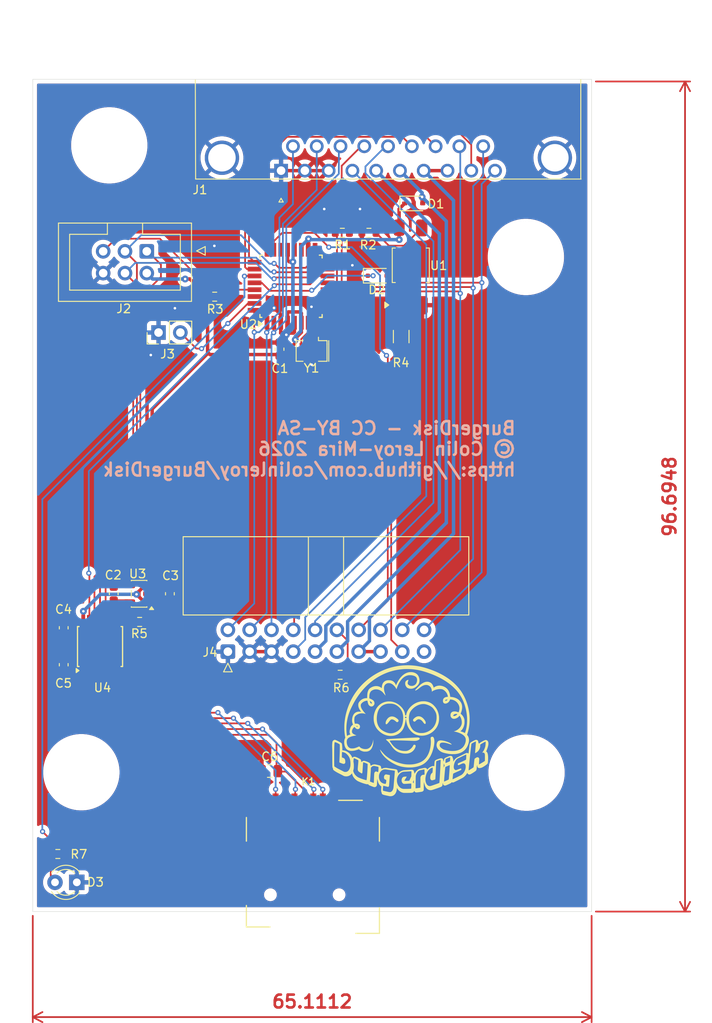
<source format=kicad_pcb>
(kicad_pcb (version 20241229) (generator "pcbnew") (generator_version "9.0")
  (layers (0 "F.Cu" signal) (2 "B.Cu" signal) (13 "F.Paste" user) (15 "B.Paste" user) (5 "F.SilkS" user "F.Silkscreen") (7 "B.SilkS" user "B.Silkscreen") (1 "F.Mask" user) (3 "B.Mask" user) (25 "Edge.Cuts" user))
  (net 0 "")
  (net 1 "TX")
  (net 2 "GND")
  (net 3 "PH0")
  (net 4 "PH1")
  (net 5 "PH2")
  (net 6 "PH3_in")
  (net 7 "WRDATA")
  (net 8 "PH3_out")
  (net 9 "DRV2_burgerDisk")
  (net 10 "CS")
  (net 11 "MOSI")
  (net 12 "MISO")
  (net 13 "SCK")
  (net 14 "DRV1_in")
  (net 15 "HDSEL_out")
  (net 16 "DRV1_out")
  (net 17 "DRV2_out")
  (net 18 "WRPROT_in")
  (net 19 "5V_burgerDisk")
  (net 20 "WRPROT_out")
  (net 21 "5V_apple2")
  (net 22 "EN3.5")
  (net 23 "-12V")
  (net 24 "+12V")
  (net 25 "DRV2_in")
  (net 26 "WREQ")
  (net 27 "Net-(D3-A)")
  (net 29 "Net-(R1-Pad2)")
  (net 30 "RESET")
  (net 33 "Net-(U2-XTAL1{slash}PB6)")
  (net 36 "Net-(R4-Pad2)")
  (net 37 "HDSEL_in")
  (net 38 "Net-(U2-XTAL2{slash}PB7)")
  (net 39 "3V3")
  (net 40 "CS_L")
  (net 41 "MOSI_L")
  (net 43 "MISO_L")
  (net 44 "SCLK_L")
  (net 46 "OE")
  (net 50 "LED")
  (net 51 "RDDATA")
  (footprint "DSUB-19-angled:DSUB-19_Female_Horizontal_MXS82009-8251-9246" (layer "F.Cu") (at 128.4478 53.9496 180)
    (property "Reference" "J1")
    (property "Value" "Daisy port out")
  )
  (footprint "Resistor_SMD:R_0603_1608Metric" (layer "F.Cu") (at 111.97 106.52 180)
    (property "Reference" "R5")
    (property "Value" "10k")
  )
  (footprint "Diode_SMD:D_SOD-323" (layer "F.Cu") (at 143.9 57.77)
    (property "Reference" "D1")
    (property "Value" "1N5818WS")
  )
  (footprint "HYC04-TF09-200:MICROSD-HYC77-TF09-200" (layer "F.Cu") (at 132.1562 135.0518)
    (property "Reference" "K1")
    (property "Value" "HYC77-TF09-200" (hide yes))
  )
  (footprint "Package_SO:SOP-4_3.8x4.1mm_P2.54mm" (layer "F.Cu") (at 143.5608 64.9732 90)
    (property "Reference" "U1")
    (property "Value" "PC817C-S")
  )
  (footprint "Resistor_SMD:R_0603_1608Metric" (layer "F.Cu") (at 135.3312 112.6744)
    (property "Reference" "R6")
    (property "Value" "330")
  )
  (footprint "LED_THT:LED_D3.0mm" (layer "F.Cu") (at 104.648 136.8552 180)
    (property "Reference" "D3")
    (property "Value" "LED")
  )
  (footprint "MountingHole:MountingHole_8.4mm_M8" (layer "F.Cu") (at 156.972 64.008)
    (property "Reference" "REF**")
    (property "Value" "MountingHole_8.4mm_M8")
  )
  (footprint "Capacitor_SMD:C_0805_2012Metric" (layer "F.Cu") (at 127.12 123.89)
    (property "Reference" "C6")
    (property "Value" "22uf")
  )
  (footprint "Package_QFP:TQFP-32_7x7mm_P0.8mm" (layer "F.Cu") (at 129.608 67.418 90)
    (property "Reference" "U2")
    (property "Value" "ATmega328P-AU")
  )
  (footprint "Connector_PinHeader_2.54mm:PinHeader_1x02_P2.54mm_Vertical" (layer "F.Cu") (at 114.17 72.81 90)
    (property "Reference" "J3")
    (property "Value" "UART")
  )
  (footprint "Capacitor_SMD:C_0603_1608Metric" (layer "F.Cu") (at 128.27 74.75 90)
    (property "Reference" "C1")
    (property "Value" "100nF")
  )
  (footprint "MountingHole:MountingHole_8.4mm_M8" (layer "F.Cu") (at 105.1814 124.0282)
    (property "Reference" "REF**")
    (property "Value" "MountingHole_8.4mm_M8")
  )
  (footprint "MountingHole:MountingHole_8.4mm_M8" (layer "F.Cu") (at 108.4326 51.0032)
    (property "Reference" "REF**")
    (property "Value" "MountingHole_8.4mm_M8")
  )
  (footprint "Resistor_SMD:R_1206_3216Metric" (layer "F.Cu") (at 142.4432 73.279 90)
    (property "Reference" "R4")
    (property "Value" "470")
  )
  (footprint "Resistor_SMD:R_0603_1608Metric" (layer "F.Cu") (at 138.685 61.19)
    (property "Reference" "R2")
    (property "Value" "10k")
  )
  (footprint "Capacitor_SMD:C_0603_1608Metric" (layer "F.Cu") (at 115.4938 103.2386 90)
    (property "Reference" "C3")
    (property "Value" "2u2")
  )
  (footprint "Capacitor_SMD:C_0603_1608Metric" (layer "F.Cu") (at 108.95 103.22 -90)
    (property "Reference" "C2")
    (property "Value" "2u2")
  )
  (footprint "Capacitor_SMD:C_0603_1608Metric" (layer "F.Cu") (at 103.1234 107.201 90)
    (property "Reference" "C4")
    (property "Value" "100n")
  )
  (footprint "Package_SO:TSSOP-14-1EP_4.4x5mm_P0.65mm" (layer "F.Cu") (at 107.3542 109.3844 90)
    (property "Reference" "U4")
    (property "Value" "TXB0104PWR")
  )
  (footprint "Connector_IDC:IDC-Header_2x10_P2.54mm_Horizontal" (layer "F.Cu") (at 122.2502 109.982 90)
    (property "Reference" "J4")
    (property "Value" "Daisy port in")
  )
  (footprint "Crystal:Resonator_SMD_Murata_CSTxExxV-3Pin_3.0x1.1mm" (layer "F.Cu") (at 132.0038 74.9554 180)
    (property "Reference" "Y1")
    (property "Value" "Resonator_GND2")
  )
  (footprint "MountingHole:MountingHole_8.4mm_M8" (layer "F.Cu") (at 157.0482 124.079)
    (property "Reference" "REF**")
    (property "Value" "MountingHole_8.4mm_M8")
  )
  (footprint "LOGO" (layer "F.Cu") (at 143.4846 119.253)
    (property "Reference" "G***")
    (property "Value" "LOGO" (hide yes))
  )
  (footprint "Diode_SMD:D_SOD-323F" (layer "F.Cu") (at 139.6492 66.1924)
    (property "Reference" "D2")
    (property "Value" "1N4448WS")
  )
  (footprint "Resistor_SMD:R_0603_1608Metric" (layer "F.Cu") (at 102.4382 133.5532)
    (property "Reference" "R7")
    (property "Value" "150")
  )
  (footprint "Connector_IDC:IDC-Header_2x03_P2.54mm_Vertical" (layer "F.Cu") (at 112.8014 63.3476 -90)
    (property "Reference" "J2")
    (property "Value" "ICSP_ISP6")
  )
  (footprint "Capacitor_SMD:C_0603_1608Metric" (layer "F.Cu") (at 103.1234 111.506 90)
    (property "Reference" "C5")
    (property "Value" "100n")
  )
  (footprint "Resistor_SMD:R_0603_1608Metric" (layer "F.Cu") (at 120.7132 68.6308)
    (property "Reference" "R3")
    (property "Value" "10K")
  )
  (footprint "Resistor_SMD:R_0603_1608Metric" (layer "F.Cu") (at 135.5852 61.1886)
    (property "Reference" "R1")
    (property "Value" "1k")
  )
  (footprint "Package_TO_SOT_SMD:SOT-23-5" (layer "F.Cu") (at 111.9069 103.2408 180)
    (property "Reference" "U3")
    (property "Value" "SE5218")
  )
  (gr_rect (start 99.5172 43.31) (end 164.6284 140.2588) (stroke (width 0.05)) (fill no) (layer "Edge.Cuts"))
  (gr_text "BurgerDisk - CC BY-SA\n© Colin Leroy-Mira 2026\nhttps://github.com/colinleroy/BurgerDisk" (at 155.9306 89.662 0) (layer "B.SilkS") (effects (font (size 1.5 1.5) (thickness 0.3) (bold yes)) (justify left bottom mirror)))
  (dimension (type orthogonal) (layer "F.Cu") (pts (xy 99.5172 140.2588) (xy 164.6284 140.2588)) (height 12.2936) (orientation 0) (format (prefix "") (suffix "") (units 3) (units_format 0) (precision 4) (suppress_zeroes yes)) (style (thickness 0.2) (arrow_length 1.27) (text_position_mode 0) (arrow_direction outward) (extension_height 0.58642) (extension_offset 0.5) (keep_text_aligned yes)) (gr_text "65,1112" (at 132.0728 150.7524 0) (layer "F.Cu") (effects (font (size 1.5 1.5) (thickness 0.3)))))
  (dimension (type orthogonal) (layer "F.Cu") (pts (xy 164.6284 140.2588) (xy 164.6284 43.564)) (height 10.8856) (orientation 1) (format (prefix "") (suffix "") (units 3) (units_format 0) (precision 4) (suppress_zeroes yes)) (style (thickness 0.2) (arrow_length 1.27) (text_position_mode 0) (arrow_direction outward) (extension_height 0.58642) (extension_offset 0.5) (keep_text_aligned yes)) (gr_text "96,6948" (at 173.714 91.9114 90) (layer "F.Cu") (effects (font (size 1.5 1.5) (thickness 0.3)))))
  (segment (start 119.1882 74.68) (end 118.58 74.68) (width 0.2) (layer "F.Cu") (net 1))
  (segment (start 125.358 69.418) (end 124.5872 69.418) (width 0.2) (layer "F.Cu") (net 1))
  (segment (start 118.58 74.68) (end 116.71 72.81) (width 0.2) (layer "F.Cu") (net 1))
  (segment (start 124.5872 69.418) (end 122.2502 71.755) (width 0.2) (layer "F.Cu") (net 1))
  (via (at 119.1882 74.68) (size 0.6) (drill 0.3) (layers "F.Cu" "B.Cu") (net 1))
  (via (at 122.2502 71.755) (size 0.6) (drill 0.3) (layers "F.Cu" "B.Cu") (net 1))
  (segment (start 119.1882 74.68) (end 119.25 74.68) (width 0.2) (layer "B.Cu") (net 1))
  (segment (start 119.25 74.68) (end 122.175 71.755) (width 0.2) (layer "B.Cu") (net 1))
  (segment (start 122.175 71.755) (end 122.2502 71.755) (width 0.2) (layer "B.Cu") (net 1))
  (segment (start 114.721 103.2408) (end 115.4938 104.0136) (width 0.4) (layer "F.Cu") (net 2))
  (segment (start 129.208 63.168) (end 129.208 64.368) (width 0.4) (layer "F.Cu") (net 2))
  (segment (start 127.6267 69.9433) (end 128.408 70.7246) (width 0.4) (layer "F.Cu") (net 2))
  (segment (start 131.2178 53.9496) (end 133.9878 53.9496) (width 0.4) (layer "F.Cu") (net 2))
  (segment (start 128.408 72.868) (end 128.409 72.869) (width 0.4) (layer "F.Cu") (net 2))
  (segment (start 127.3302 109.982) (end 124.7902 109.982) (width 0.4) (layer "F.Cu") (net 2))
  (segment (start 129.413 72.869) (end 129.884 72.869) (width 0.4) (layer "F.Cu") (net 2))
  (segment (start 128.4478 53.9496) (end 131.2178 53.9496) (width 0.4) (layer "F.Cu") (net 2))
  (segment (start 113.0444 103.2408) (end 114.721 103.2408) (width 0.4) (layer "F.Cu") (net 2))
  (segment (start 128.7526 72.869) (end 129.413 72.869) (width 0.4) (layer "F.Cu") (net 2))
  (segment (start 108.95 101.35932) (end 108.95 102.445) (width 0.4) (layer "F.Cu") (net 2))
  (segment (start 128.408 71.668) (end 128.408 72.868) (width 0.4) (layer "F.Cu") (net 2))
  (segment (start 128.408 70.7246) (end 128.408 71.668) (width 0.4) (layer "F.Cu") (net 2))
  (segment (start 129.213998 73.068002) (end 129.413 72.869) (width 0.4) (layer "F.Cu") (net 2))
  (segment (start 130.008 72.745) (end 130.008 71.668) (width 0.4) (layer "F.Cu") (net 2))
  (segment (start 129.0574 73.068002) (end 128.951602 73.068002) (width 0.4) (layer "F.Cu") (net 2))
  (segment (start 129.408002 64.568002) (end 129.8194 64.568002) (width 0.4) (layer "F.Cu") (net 2))
  (segment (start 129.208 64.368) (end 129.408002 64.568002) (width 0.4) (layer "F.Cu") (net 2))
  (segment (start 128.409 72.869) (end 128.7526 72.869) (width 0.4) (layer "F.Cu") (net 2))
  (segment (start 113.27 75.43) (end 112.83 75.87) (width 0.4) (layer "F.Cu") (net 2))
  (segment (start 132.0038 76.5556) (end 132.0038 74.9554) (width 0.4) (layer "F.Cu") (net 2))
  (segment (start 112.83 97.47932) (end 108.95 101.35932) (width 0.4) (layer "F.Cu") (net 2))
  (segment (start 112.83 75.87) (end 112.83 97.47932) (width 0.4) (layer "F.Cu") (net 2))
  (segment (start 128.951602 73.068002) (end 128.7526 72.869) (width 0.4) (layer "F.Cu") (net 2))
  (segment (start 103.1234 107.976) (end 103.1234 110.731) (width 0.4) (layer "F.Cu") (net 2))
  (segment (start 128.300402 73.825) (end 129.0574 73.068002) (width 0.4) (layer "F.Cu") (net 2))
  (segment (start 129.0574 73.068002) (end 129.213998 73.068002) (width 0.4) (layer "F.Cu") (net 2))
  (segment (start 129.884 72.869) (end 130.008 72.745) (width 0.4) (layer "F.Cu") (net 2))
  (via (at 113.27 75.43) (size 0.6) (drill 0.3) (layers "F.Cu" "B.Cu") (net 2))
  (via (at 127.6267 69.9433) (size 0.6) (drill 0.3) (layers "F.Cu" "B.Cu") (net 2))
  (via (at 129.0574 73.068002) (size 0.8) (drill 0.3) (layers "F.Cu" "B.Cu") (net 2))
  (via (at 120.6754 62.7126) (size 0.6) (drill 0.3) (layers "F.Cu" "B.Cu") (net 2))
  (via (at 132.0038 76.5556) (size 0.8) (drill 0.3) (layers "F.Cu" "B.Cu") (net 2))
  (via (at 131.99 69.81) (size 0.6) (drill 0.3) (layers "F.Cu" "B.Cu") (net 2))
  (via (at 133.477 58.42) (size 0.6) (drill 0.3) (layers "F.Cu" "B.Cu") (net 2))
  (via (at 137.6426 58.42) (size 0.6) (drill 0.3) (layers "F.Cu" "B.Cu") (net 2))
  (via (at 136.7536 64.9732) (size 0.6) (drill 0.3) (layers "F.Cu" "B.Cu") (net 2))
  (via (at 129.8194 64.568002) (size 0.8) (drill 0.3) (layers "F.Cu" "B.Cu") (net 2))
  (via (at 116.078 69.977) (size 0.6) (drill 0.3) (layers "F.Cu" "B.Cu") (net 2))
  (segment (start 129.8194 64.568002) (end 129.8194 72.306002) (width 0.4) (layer "B.Cu") (net 2))
  (segment (start 129.0574 73.724598) (end 131.888402 76.5556) (width 0.4) (layer "B.Cu") (net 2))
  (segment (start 131.888402 76.5556) (end 132.0038 76.5556) (width 0.4) (layer "B.Cu") (net 2))
  (segment (start 129.8194 72.306002) (end 129.0574 73.068002) (width 0.4) (layer "B.Cu") (net 2))
  (segment (start 129.0574 73.068002) (end 129.0574 73.724598) (width 0.4) (layer "B.Cu") (net 2))
  (segment (start 125.3236 72.771) (end 125.3236 70.2524) (width 0.2) (layer "F.Cu") (net 3))
  (via (at 125.3236 72.771) (size 0.6) (drill 0.3) (layers "F.Cu" "B.Cu") (net 3))
  (segment (start 125.3236 72.771) (end 125.9078 72.771) (width 0.2) (layer "B.Cu") (net 3))
  (segment (start 125.3236 104.3686) (end 122.2502 107.442) (width 0.2) (layer "B.Cu") (net 3))
  (segment (start 129.8328 57.8478) (end 129.8328 51.1096) (width 0.2) (layer "B.Cu") (net 3))
  (segment (start 125.3236 72.771) (end 125.3236 104.3686) (width 0.2) (layer "B.Cu") (net 3))
  (segment (start 128.2554 70.4234) (end 128.2554 59.4252) (width 0.2) (layer "B.Cu") (net 3))
  (segment (start 125.9078 72.771) (end 128.2554 70.4234) (width 0.2) (layer "B.Cu") (net 3))
  (segment (start 128.2554 59.4252) (end 129.8328 57.8478) (width 0.2) (layer "B.Cu") (net 3))
  (segment (start 126.7714 72.7964) (end 126.7714 71.7046) (width 0.2) (layer "F.Cu") (net 4))
  (via (at 126.7714 72.7964) (size 0.6) (drill 0.3) (layers "F.Cu" "B.Cu") (net 4))
  (segment (start 126.9832 72.5846) (end 126.7714 72.7964) (width 0.2) (layer "B.Cu") (net 4))
  (segment (start 126.7714 72.7964) (end 126.7714 105.4608) (width 0.2) (layer "B.Cu") (net 4))
  (segment (start 128.6564 60.1335) (end 128.6564 70.899657) (width 0.2) (layer "B.Cu") (net 4))
  (segment (start 132.6028 56.1871) (end 128.6564 60.1335) (width 0.2) (layer "B.Cu") (net 4))
  (segment (start 126.7714 105.4608) (end 124.7902 107.442) (width 0.2) (layer "B.Cu") (net 4))
  (segment (start 132.6028 51.1096) (end 132.6028 56.1871) (width 0.2) (layer "B.Cu") (net 4))
  (segment (start 128.6564 70.899657) (end 126.9832 72.572857) (width 0.2) (layer "B.Cu") (net 4))
  (segment (start 126.9832 72.572857) (end 126.9832 72.5846) (width 0.2) (layer "B.Cu") (net 4))
  (segment (start 127.5842 72.8218) (end 127.5842 71.6918) (width 0.2) (layer "F.Cu") (net 5))
  (via (at 127.5842 72.8218) (size 0.6) (drill 0.3) (layers "F.Cu" "B.Cu") (net 5))
  (segment (start 127.3302 73.0758) (end 127.3302 107.442) (width 0.2) (layer "B.Cu") (net 5))
  (segment (start 135.1788 51.3036) (end 135.1788 54.31565) (width 0.2) (layer "B.Cu") (net 5))
  (segment (start 129.0574 60.43705) (end 129.0574 71.3486) (width 0.2) (layer "B.Cu") (net 5))
  (segment (start 135.1788 54.31565) (end 129.0574 60.43705) (width 0.2) (layer "B.Cu") (net 5))
  (segment (start 127.5842 72.8218) (end 127.3302 73.0758) (width 0.2) (layer "B.Cu") (net 5))
  (segment (start 129.0574 71.3486) (end 127.5842 72.8218) (width 0.2) (layer "B.Cu") (net 5))
  (segment (start 140.47 95.623) (end 129.9718 106.1212) (width 0.2) (layer "F.Cu") (net 6))
  (segment (start 140.47 76.83) (end 140.47 95.623) (width 0.2) (layer "F.Cu") (net 6))
  (segment (start 133.858 70.218) (end 140.47 76.83) (width 0.2) (layer "F.Cu") (net 6))
  (segment (start 129.9718 106.1212) (end 129.9718 107.3404) (width 0.2) (layer "F.Cu") (net 6))
  (segment (start 150.8252 67.6148) (end 150.7204 67.51) (width 0.2) (layer "F.Cu") (net 7))
  (segment (start 136.1472 67.51) (end 135.0392 68.618) (width 0.2) (layer "F.Cu") (net 7))
  (segment (start 135.0392 68.618) (end 133.858 68.618) (width 0.2) (layer "F.Cu") (net 7))
  (segment (start 150.7204 67.51) (end 136.1472 67.51) (width 0.2) (layer "F.Cu") (net 7))
  (via (at 150.8252 67.6148) (size 0.6) (drill 0.3) (layers "F.Cu" "B.Cu") (net 7))
  (segment (start 151.9928 54.5854) (end 151.9928 51.1096) (width 0.2) (layer "B.Cu") (net 7))
  (segment (start 150.8252 67.6148) (end 150.8252 55.753) (width 0.2) (layer "B.Cu") (net 7))
  (segment (start 150.8252 99.187) (end 142.5702 107.442) (width 0.2) (layer "B.Cu") (net 7))
  (segment (start 150.8252 67.6148) (end 150.8252 99.187) (width 0.2) (layer "B.Cu") (net 7))
  (segment (start 150.8252 55.753) (end 151.9928 54.5854) (width 0.2) (layer "B.Cu") (net 7))
  (segment (start 134.858 67.818) (end 135.509 67.167) (width 0.2) (layer "F.Cu") (net 8))
  (segment (start 135.509 67.167) (end 135.509 53.3908) (width 0.2) (layer "F.Cu") (net 8))
  (segment (start 133.858 67.818) (end 134.858 67.818) (width 0.2) (layer "F.Cu") (net 8))
  (segment (start 135.509 53.3908) (end 137.7902 51.1096) (width 0.2) (layer "F.Cu") (net 8))
  (segment (start 134.959 66.917) (end 134.959 61.3874) (width 0.2) (layer "F.Cu") (net 9))
  (segment (start 133.858 67.018) (end 134.858 67.018) (width 0.2) (layer "F.Cu") (net 9))
  (segment (start 134.858 67.018) (end 134.959 66.917) (width 0.2) (layer "F.Cu") (net 9))
  (segment (start 106.115078 100.908078) (end 106.115078 106.373522) (width 0.2) (layer "F.Cu") (net 10))
  (segment (start 127.6554 67.345) (end 127.8078 67.1926) (width 0.2) (layer "F.Cu") (net 10))
  (segment (start 127.8078 67.1926) (end 131.832057 67.1926) (width 0.2) (layer "F.Cu") (net 10))
  (segment (start 106.045 100.838) (end 106.115078 100.908078) (width 0.2) (layer "F.Cu") (net 10))
  (segment (start 132.806657 66.218) (end 133.858 66.218) (width 0.2) (layer "F.Cu") (net 10))
  (segment (start 131.832057 67.1926) (end 132.806657 66.218) (width 0.2) (layer "F.Cu") (net 10))
  (via (at 106.045 100.838) (size 0.6) (drill 0.3) (layers "F.Cu" "B.Cu") (net 10))
  (via (at 127.6554 67.345) (size 0.6) (drill 0.3) (layers "F.Cu" "B.Cu") (net 10))
  (segment (start 106.045 88.9554) (end 106.045 100.838) (width 0.2) (layer "B.Cu") (net 10))
  (segment (start 127.6554 67.345) (end 106.045 88.9554) (width 0.2) (layer "B.Cu") (net 10))
  (segment (start 111.22 66.8462) (end 110.2614 65.8876) (width 0.2) (layer "F.Cu") (net 11))
  (segment (start 127.660737 66.3956) (end 131.779114 66.3956) (width 0.2) (layer "F.Cu") (net 11))
  (segment (start 131.779397 66.395317) (end 132.06224 66.395317) (width 0.2) (layer "F.Cu") (net 11))
  (segment (start 127.629232 66.427105) (end 127.660737 66.3956) (width 0.2) (layer "F.Cu") (net 11))
  (segment (start 106.7042 106.4344) (end 106.7042 101.2456) (width 0.2) (layer "F.Cu") (net 11))
  (segment (start 106.7042 101.2456) (end 111.22 96.7298) (width 0.2) (layer "F.Cu") (net 11))
  (segment (start 132.06224 66.395317) (end 133.039557 65.418) (width 0.2) (layer "F.Cu") (net 11))
  (segment (start 111.22 96.7298) (end 111.22 66.8462) (width 0.2) (layer "F.Cu") (net 11))
  (segment (start 127.629232 66.545425) (end 127.629232 66.427105) (width 0.2) (layer "F.Cu") (net 11))
  (segment (start 133.039557 65.418) (end 133.858 65.418) (width 0.2) (layer "F.Cu") (net 11))
  (segment (start 131.779114 66.3956) (end 131.779397 66.395317) (width 0.2) (layer "F.Cu") (net 11))
  (via (at 127.629232 66.545425) (size 0.6) (drill 0.3) (layers "F.Cu" "B.Cu") (net 11))
  (segment (start 127.34 66.523679) (end 125.510121 64.6938) (width 0.2) (layer "B.Cu") (net 11))
  (segment (start 127.629232 66.545425) (end 127.607486 66.523679) (width 0.2) (layer "B.Cu") (net 11))
  (segment (start 125.510121 64.6938) (end 111.4552 64.6938) (width 0.2) (layer "B.Cu") (net 11))
  (segment (start 111.4552 64.6938) (end 110.2614 65.8876) (width 0.2) (layer "B.Cu") (net 11))
  (segment (start 127.607486 66.523679) (end 127.34 66.523679) (width 0.2) (layer "B.Cu") (net 11))
  (segment (start 131.9784 65.786) (end 132.9224 64.842) (width 0.2) (layer "F.Cu") (net 12))
  (segment (start 127.670618 65.786) (end 131.9784 65.786) (width 0.2) (layer "F.Cu") (net 12))
  (segment (start 114.45 66.33) (end 114.45 64.89) (width 0.2) (layer "F.Cu") (net 12))
  (segment (start 112.05 97.5508) (end 112.05 68.73) (width 0.2) (layer "F.Cu") (net 12))
  (segment (start 133.634 64.842) (end 133.858 64.618) (width 0.2) (layer "F.Cu") (net 12))
  (segment (start 108.0042 101.5966) (end 112.05 97.5508) (width 0.2) (layer "F.Cu") (net 12))
  (segment (start 132.9224 64.842) (end 133.634 64.842) (width 0.2) (layer "F.Cu") (net 12))
  (segment (start 127.630041 65.745423) (end 127.670618 65.786) (width 0.2) (layer "F.Cu") (net 12))
  (segment (start 108.0042 106.4344) (end 108.0042 101.5966) (width 0.2) (layer "F.Cu") (net 12))
  (segment (start 114.45 64.89) (end 112.9076 63.3476) (width 0.2) (layer "F.Cu") (net 12))
  (segment (start 112.05 68.73) (end 114.45 66.33) (width 0.2) (layer "F.Cu") (net 12))
  (via (at 127.630041 65.745423) (size 0.6) (drill 0.3) (layers "F.Cu" "B.Cu") (net 12))
  (segment (start 127.20168 65.745423) (end 125.540457 64.0842) (width 0.2) (layer "B.Cu") (net 12))
  (segment (start 125.540457 64.0842) (end 113.538 64.0842) (width 0.2) (layer "B.Cu") (net 12))
  (segment (start 113.538 64.0842) (end 112.8014 63.3476) (width 0.2) (layer "B.Cu") (net 12))
  (segment (start 127.630041 65.745423) (end 127.20168 65.745423) (width 0.2) (layer "B.Cu") (net 12))
  (segment (start 111.6504 64.7366) (end 110.2614 63.3476) (width 0.2) (layer "F.Cu") (net 13))
  (segment (start 132.408 64.168) (end 132.408 63.168) (width 0.2) (layer "F.Cu") (net 13))
  (segment (start 127.69 64.76) (end 128.199002 65.269002) (width 0.2) (layer "F.Cu") (net 13))
  (segment (start 128.199002 65.269002) (end 131.306998 65.269002) (width 0.2) (layer "F.Cu") (net 13))
  (segment (start 131.306998 65.269002) (end 132.408 64.168) (width 0.2) (layer "F.Cu") (net 13))
  (segment (start 111.6504 97.1376) (end 111.6504 64.7366) (width 0.2) (layer "F.Cu") (net 13))
  (segment (start 107.3542 106.4344) (end 107.3542 101.4338) (width 0.2) (layer "F.Cu") (net 13))
  (segment (start 127.63 64.76) (end 127.69 64.76) (width 0.2) (layer "F.Cu") (net 13))
  (segment (start 107.3542 101.4338) (end 111.6504 97.1376) (width 0.2) (layer "F.Cu") (net 13))
  (via (at 127.63 64.76) (size 0.6) (drill 0.3) (layers "F.Cu" "B.Cu") (net 13))
  (segment (start 127.63 64.76) (end 127.5946 64.7954) (width 0.2) (layer "B.Cu") (net 13))
  (segment (start 127.5946 64.7954) (end 127.1016 64.7954) (width 0.2) (layer "B.Cu") (net 13))
  (segment (start 112.141 61.468) (end 110.2614 63.3476) (width 0.2) (layer "B.Cu") (net 13))
  (segment (start 127.1016 64.7954) (end 123.7742 61.468) (width 0.2) (layer "B.Cu") (net 13))
  (segment (start 123.7742 61.468) (end 112.141 61.468) (width 0.2) (layer "B.Cu") (net 13))
  (segment (start 140.3322 104.6) (end 137.4902 107.442) (width 0.2) (layer "F.Cu") (net 14))
  (segment (start 134.0104 62.865) (end 132.3442 61.1988) (width 0.2) (layer "F.Cu") (net 14))
  (segment (start 128.5772 61.1988) (end 127.608 62.168) (width 0.2) (layer "F.Cu") (net 14))
  (segment (start 140.879 75.629) (end 140.879 104.061) (width 0.2) (layer "F.Cu") (net 14))
  (segment (start 127.608 62.168) (end 127.608 63.168) (width 0.2) (layer "F.Cu") (net 14))
  (segment (start 140.73 75.48) (end 140.879 75.629) (width 0.2) (layer "F.Cu") (net 14))
  (segment (start 140.34 104.6) (end 140.3322 104.6) (width 0.2) (layer "F.Cu") (net 14))
  (segment (start 140.879 104.061) (end 140.34 104.6) (width 0.2) (layer "F.Cu") (net 14))
  (segment (start 132.3442 61.1988) (end 128.5772 61.1988) (width 0.2) (layer "F.Cu") (net 14))
  (via (at 134.0104 62.865) (size 0.6) (drill 0.3) (layers "F.Cu" "B.Cu") (net 14))
  (via (at 140.73 75.48) (size 0.6) (drill 0.3) (layers "F.Cu" "B.Cu") (net 14))
  (segment (start 140.73 75.48) (end 139.9794 74.7294) (width 0.2) (layer "B.Cu") (net 14))
  (segment (start 136.689143 62.865) (end 134.0104 62.865) (width 0.2) (layer "B.Cu") (net 14))
  (segment (start 139.9794 74.7294) (end 139.9794 66.155257) (width 0.2) (layer "B.Cu") (net 14))
  (segment (start 139.9794 66.155257) (end 136.689143 62.865) (width 0.2) (layer "B.Cu") (net 14))
  (segment (start 129.1459 50.0086) (end 125.17 53.9845) (width 0.2) (layer "F.Cu") (net 15))
  (segment (start 142.5818 50.0086) (end 129.1459 50.0086) (width 0.2) (layer "F.Cu") (net 15))
  (segment (start 143.6828 51.1096) (end 142.5818 50.0086) (width 0.2) (layer "F.Cu") (net 15))
  (segment (start 125.17 53.9845) (end 125.17 61.53) (width 0.2) (layer "F.Cu") (net 15))
  (segment (start 125.17 61.53) (end 126.808 63.168) (width 0.2) (layer "F.Cu") (net 15))
  (segment (start 128.9798 49.6076) (end 144.9508 49.6076) (width 0.2) (layer "F.Cu") (net 16))
  (segment (start 124.71 53.8774) (end 128.9798 49.6076) (width 0.2) (layer "F.Cu") (net 16))
  (segment (start 124.71 63.97) (end 124.71 53.8774) (width 0.2) (layer "F.Cu") (net 16))
  (segment (start 144.9508 49.6076) (end 146.4528 51.1096) (width 0.2) (layer "F.Cu") (net 16))
  (segment (start 125.358 64.618) (end 124.71 63.97) (width 0.2) (layer "F.Cu") (net 16))
  (segment (start 124.257 65.194) (end 124.257 53.6954) (width 0.2) (layer "F.Cu") (net 17))
  (segment (start 148.87685 49.2066) (end 150.6078 50.93755) (width 0.2) (layer "F.Cu") (net 17))
  (segment (start 150.6078 50.93755) (end 150.6078 53.9496) (width 0.2) (layer "F.Cu") (net 17))
  (segment (start 128.7458 49.2066) (end 148.87685 49.2066) (width 0.2) (layer "F.Cu") (net 17))
  (segment (start 124.257 53.6954) (end 128.7458 49.2066) (width 0.2) (layer "F.Cu") (net 17))
  (segment (start 124.481 65.418) (end 124.257 65.194) (width 0.2) (layer "F.Cu") (net 17))
  (segment (start 125.358 65.418) (end 124.481 65.418) (width 0.2) (layer "F.Cu") (net 17))
  (segment (start 131.953 67.945) (end 127.127 67.945) (width 0.2) (layer "F.Cu") (net 18))
  (segment (start 126.2 67.018) (end 125.358 67.018) (width 0.2) (layer "F.Cu") (net 18))
  (segment (start 139.1666 66.1924) (end 138.5492 66.1924) (width 0.2) (layer "F.Cu") (net 18))
  (segment (start 127.127 67.945) (end 126.2 67.018) (width 0.2) (layer "F.Cu") (net 18))
  (segment (start 132.0165 67.8815) (end 131.953 67.945) (width 0.2) (layer "F.Cu") (net 18))
  (via (at 139.1666 66.1924) (size 0.6) (drill 0.3) (layers "F.Cu" "B.Cu") (net 18))
  (via (at 132.0165 67.8815) (size 0.6) (drill 0.3) (layers "F.Cu" "B.Cu") (net 18))
  (segment (start 133.858 66.1924) (end 139.1666 66.1924) (width 0.2) (layer "B.Cu") (net 18))
  (segment (start 132.1689 67.8815) (end 133.858 66.1924) (width 0.2) (layer "B.Cu") (net 18))
  (segment (start 132.0165 67.8815) (end 132.1689 67.8815) (width 0.2) (layer "B.Cu") (net 18))
  (segment (start 130.103801 73.638213) (end 130.103801 74.026199) (width 0.4) (layer "F.Cu") (net 19))
  (segment (start 130.103801 74.026199) (end 128.755 75.375) (width 0.4) (layer "F.Cu") (net 19))
  (segment (start 112.548512 102.2908) (end 111.887 102.952312) (width 0.4) (layer "F.Cu") (net 19))
  (segment (start 105.4042 106.4344) (end 103.1318 106.4344) (width 0.4) (layer "F.Cu") (net 19))
  (segment (start 111.6076 103.3018) (end 111.887 103.5812) (width 0.4) (layer "F.Cu") (net 19))
  (segment (start 128.12 75.375) (end 120.1552 75.375) (width 0.4) (layer "F.Cu") (net 19))
  (segment (start 119.9642 75.184) (end 113.431 81.7172) (width 0.4) (layer "F.Cu") (net 19))
  (segment (start 129.3114 70.4088) (end 130.66028 70.4088) (width 0.4) (layer "F.Cu") (net 19))
  (segment (start 105.4042 106.4344) (end 105.4042 105.286063) (width 0.4) (layer "F.Cu") (net 19))
  (segment (start 119.9642 75.184) (end 119.8882 75.108) (width 0.4) (layer "F.Cu") (net 19))
  (segment (start 131.6482 61.8998) (end 131.6482 63.1278) (width 0.4) (layer "F.Cu") (net 19))
  (segment (start 117.8308 66.5734) (end 119.8882 68.6308) (width 0.4) (layer "F.Cu") (net 19))
  (segment (start 117.2718 66.5734) (end 117.8308 66.5734) (width 0.4) (layer "F.Cu") (net 19))
  (segment (start 142.2008 61.9734) (end 142.2146 61.9872) (width 0.4) (layer "F.Cu") (net 19))
  (segment (start 113.431 101.9042) (end 113.0444 102.2908) (width 0.4) (layer "F.Cu") (net 19))
  (segment (start 142.2008 60.5932) (end 142.2008 58.4192) (width 0.4) (layer "F.Cu") (net 19))
  (segment (start 129.208 71.668) (end 129.208 70.5122) (width 0.4) (layer "F.Cu") (net 19))
  (segment (start 111.6076 103.231712) (end 111.887 102.952312) (width 0.4) (layer "F.Cu") (net 19))
  (segment (start 130.103801 73.638213) (end 130.103801 73.499141) (width 0.4) (layer "F.Cu") (net 19))
  (segment (start 113.0444 102.2908) (end 112.548512 102.2908) (width 0.4) (layer "F.Cu") (net 19))
  (segment (start 113.2172 102.4636) (end 113.0444 102.2908) (width 0.4) (layer "F.Cu") (net 19))
  (segment (start 128.755 75.375) (end 128.42 75.375) (width 0.4) (layer "F.Cu") (net 19))
  (segment (start 130.103801 73.499141) (end 130.808 72.794942) (width 0.4) (layer "F.Cu") (net 19))
  (segment (start 113.431 81.7172) (end 113.431 101.9042) (width 0.4) (layer "F.Cu") (net 19))
  (segment (start 105.4042 105.286063) (end 105.414078 105.276185) (width 0.4) (layer "F.Cu") (net 19))
  (segment (start 111.887 103.5812) (end 112.4966 104.1908) (width 0.4) (layer "F.Cu") (net 19))
  (segment (start 129.208 70.5122) (end 129.3114 70.4088) (width 0.4) (layer "F.Cu") (net 19))
  (segment (start 111.887 102.952312) (end 111.887 103.5812) (width 0.4) (layer "F.Cu") (net 19))
  (segment (start 142.2008 60.5932) (end 142.2008 61.9734) (width 0.4) (layer "F.Cu") (net 19))
  (segment (start 130.66028 70.4088) (end 130.808 70.55652) (width 0.4) (layer "F.Cu") (net 19))
  (segment (start 120.1552 75.375) (end 119.9642 75.184) (width 0.4) (layer "F.Cu") (net 19))
  (segment (start 130.808 72.794942) (end 130.808 71.668) (width 0.4) (layer "F.Cu") (net 19))
  (segment (start 119.8882 75.108) (end 119.8882 68.6308) (width 0.4) (layer "F.Cu") (net 19))
  (segment (start 130.808 70.55652) (end 130.808 71.668) (width 0.4) (layer "F.Cu") (net 19))
  (segment (start 115.4938 102.4636) (end 113.2172 102.4636) (width 0.4) (layer "F.Cu") (net 19))
  (segment (start 142.2008 58.4192) (end 142.85 57.77) (width 0.4) (layer "F.Cu") (net 19))
  (segment (start 112.4966 104.1908) (end 113.0444 104.1908) (width 0.4) (layer "F.Cu") (net 19))
  (segment (start 111.6076 103.3018) (end 111.6076 103.231712) (width 0.4) (layer "F.Cu") (net 19))
  (via (at 142.2146 61.9872) (size 0.8) (drill 0.3) (layers "F.Cu" "B.Cu") (net 19))
  (via (at 117.2718 66.5734) (size 0.8) (drill 0.3) (layers "F.Cu" "B.Cu") (net 19))
  (via (at 131.6482 61.8998) (size 0.8) (drill 0.3) (layers "F.Cu" "B.Cu") (net 19))
  (via (at 130.103801 73.638213) (size 0.8) (drill 0.3) (layers "F.Cu" "B.Cu") (net 19))
  (via (at 105.414078 105.276185) (size 0.8) (drill 0.3) (layers "F.Cu" "B.Cu") (net 19))
  (via (at 111.6076 103.3018) (size 0.8) (drill 0.3) (layers "F.Cu" "B.Cu") (net 19))
  (segment (start 130.7338 62.8142) (end 131.6482 61.8998) (width 0.4) (layer "B.Cu") (net 19))
  (segment (start 130.7338 72.644) (end 130.7338 62.8142) (width 0.4) (layer "B.Cu") (net 19))
  (segment (start 113.4872 66.5734) (end 117.2718 66.5734) (width 0.4) (layer "B.Cu") (net 19))
  (segment (start 131.7356 61.9872) (end 131.6482 61.8998) (width 0.4) (layer "B.Cu") (net 19))
  (segment (start 142.2146 61.9872) (end 131.7356 61.9872) (width 0.4) (layer "B.Cu") (net 19))
  (segment (start 130.103801 73.273999) (end 130.7338 72.644) (width 0.4) (layer "B.Cu") (net 19))
  (segment (start 105.414078 105.276185) (end 107.388463 103.3018) (width 0.4) (layer "B.Cu") (net 19))
  (segment (start 112.8014 65.8876) (end 113.4872 66.5734) (width 0.4) (layer "B.Cu") (net 19))
  (segment (start 107.388463 103.3018) (end 111.6076 103.3018) (width 0.4) (layer "B.Cu") (net 19))
  (segment (start 130.103801 73.638213) (end 130.103801 73.273999) (width 0.4) (layer "B.Cu") (net 19))
  (segment (start 141.5568 67) (end 140.7492 66.1924) (width 0.2) (layer "F.Cu") (net 20))
  (segment (start 151.84 67) (end 141.5568 67) (width 0.2) (layer "F.Cu") (net 20))
  (via (at 151.84 67) (size 0.6) (drill 0.3) (layers "F.Cu" "B.Cu") (net 20))
  (segment (start 151.84 67) (end 151.8158 66.9758) (width 0.2) (layer "B.Cu") (net 20))
  (segment (start 151.8158 100.7364) (end 145.1102 107.442) (width 0.2) (layer "B.Cu") (net 20))
  (segment (start 151.84 67) (end 151.8158 67.0242) (width 0.2) (layer "B.Cu") (net 20))
  (segment (start 151.8158 67.0242) (end 151.8158 100.7364) (width 0.2) (layer "B.Cu") (net 20))
  (segment (start 151.8158 55.5116) (end 153.3778 53.9496) (width 0.2) (layer "B.Cu") (net 20))
  (segment (start 151.8158 66.9758) (end 151.8158 55.5116) (width 0.2) (layer "B.Cu") (net 20))
  (segment (start 144.8816 57.023) (end 144.8816 57.7016) (width 0.4) (layer "F.Cu") (net 21))
  (segment (start 144.8816 57.7016) (end 144.95 57.77) (width 0.4) (layer "F.Cu") (net 21))
  (via (at 144.8816 57.023) (size 0.8) (drill 0.3) (layers "F.Cu" "B.Cu") (net 21))
  (segment (start 147.701 94.9706) (end 136.2012 106.4704) (width 0.4) (layer "B.Cu") (net 21))
  (segment (start 144.8816 57.023) (end 147.701 59.8424) (width 0.4) (layer "B.Cu") (net 21))
  (segment (start 147.701 59.8424) (end 147.701 94.9706) (width 0.4) (layer "B.Cu") (net 21))
  (segment (start 142.2978 53.9496) (end 144.8816 56.5334) (width 0.4) (layer "B.Cu") (net 21))
  (segment (start 144.8816 56.5334) (end 144.8816 57.023) (width 0.4) (layer "B.Cu") (net 21))
  (segment (start 136.2012 106.4704) (end 136.2012 108.731) (width 0.4) (layer "B.Cu") (net 21))
  (segment (start 136.2012 108.731) (end 134.9502 109.982) (width 0.4) (layer "B.Cu") (net 21))
  (segment (start 145.3642 91.8718) (end 131.2592 105.9768) (width 0.2) (layer "B.Cu") (net 22))
  (segment (start 136.7578 53.9496) (end 145.3642 62.556) (width 0.2) (layer "B.Cu") (net 22))
  (segment (start 131.2592 105.9768) (end 131.2592 108.593) (width 0.2) (layer "B.Cu") (net 22))
  (segment (start 145.3642 62.556) (end 145.3642 91.8718) (width 0.2) (layer "B.Cu") (net 22))
  (segment (start 131.2592 108.593) (end 129.8702 109.982) (width 0.2) (layer "B.Cu") (net 22))
  (segment (start 146.8882 61.31) (end 146.8882 93.734818) (width 0.4) (layer "B.Cu") (net 23))
  (segment (start 133.6612 108.731) (end 132.4102 109.982) (width 0.4) (layer "B.Cu") (net 23))
  (segment (start 133.6612 106.961818) (end 133.6612 108.731) (width 0.4) (layer "B.Cu") (net 23))
  (segment (start 139.5278 53.9496) (end 146.8882 61.31) (width 0.4) (layer "B.Cu") (net 23))
  (segment (start 146.8882 93.734818) (end 133.6612 106.961818) (width 0.4) (layer "B.Cu") (net 23))
  (segment (start 137.4902 109.982) (end 140.0302 109.982) (width 0.4) (layer "F.Cu") (net 24))
  (segment (start 145.0678 53.9496) (end 147.8378 53.9496) (width 0.4) (layer "F.Cu") (net 24))
  (segment (start 138.7412 108.731) (end 138.7412 106.0386) (width 0.4) (layer "B.Cu") (net 24))
  (segment (start 137.4902 109.982) (end 138.7412 108.731) (width 0.4) (layer "B.Cu") (net 24))
  (segment (start 148.5392 96.2406) (end 148.5392 57.421) (width 0.4) (layer "B.Cu") (net 24))
  (segment (start 148.5392 57.421) (end 145.0678 53.9496) (width 0.4) (layer "B.Cu") (net 24))
  (segment (start 138.7412 106.0386) (end 148.5392 96.2406) (width 0.4) (layer "B.Cu") (net 24))
  (segment (start 141.28 75.9047) (end 141.28 108.61) (width 0.2) (layer "F.Cu") (net 25))
  (segment (start 142.4432 74.7415) (end 141.28 75.9047) (width 0.2) (layer "F.Cu") (net 25))
  (segment (start 141.28 108.61) (end 142.5702 109.9002) (width 0.2) (layer "F.Cu") (net 25))
  (segment (start 146.2024 92.6338) (end 146.2024 62.18125) (width 0.2) (layer "B.Cu") (net 26))
  (segment (start 138.2776 54.25645) (end 138.2776 53.467) (width 0.2) (layer "B.Cu") (net 26))
  (segment (start 132.4102 107.442) (end 132.4102 106.426) (width 0.2) (layer "B.Cu") (net 26))
  (segment (start 138.2776 53.467) (end 140.635 51.1096) (width 0.2) (layer "B.Cu") (net 26))
  (segment (start 132.4102 106.426) (end 146.2024 92.6338) (width 0.2) (layer "B.Cu") (net 26))
  (segment (start 146.2024 62.18125) (end 138.2776 54.25645) (width 0.2) (layer "B.Cu") (net 26))
  (segment (start 101.6132 133.5532) (end 101.6132 136.3604) (width 0.2) (layer "F.Cu") (net 27))
  (segment (start 137.1848 60.414) (end 138.734 60.414) (width 0.2) (layer "F.Cu") (net 29))
  (segment (start 141.0082 62.6882) (end 142.7658 62.6882) (width 0.2) (layer "F.Cu") (net 29))
  (segment (start 138.734 60.414) (end 139.51 61.19) (width 0.2) (layer "F.Cu") (net 29))
  (segment (start 139.51 61.19) (end 141.0082 62.6882) (width 0.2) (layer "F.Cu") (net 29))
  (segment (start 142.7658 62.6882) (end 144.8308 60.6232) (width 0.2) (layer "F.Cu") (net 29))
  (segment (start 136.4102 61.1886) (end 137.1848 60.414) (width 0.2) (layer "F.Cu") (net 29))
  (segment (start 114.3244 61.8744) (end 121.0808 68.6308) (width 0.2) (layer "F.Cu") (net 30))
  (segment (start 121.0808 68.6308) (end 121.5382 68.6308) (width 0.2) (layer "F.Cu") (net 30))
  (segment (start 121.5382 68.6308) (end 122.351 67.818) (width 0.2) (layer "F.Cu") (net 30))
  (segment (start 107.7214 63.3476) (end 109.1946 61.8744) (width 0.2) (layer "F.Cu") (net 30))
  (segment (start 109.1946 61.8744) (end 114.3244 61.8744) (width 0.2) (layer "F.Cu") (net 30))
  (segment (start 122.351 67.818) (end 125.358 67.818) (width 0.2) (layer "F.Cu") (net 30))
  (segment (start 130.8038 73.5646) (end 131.608 72.7604) (width 0.2) (layer "F.Cu") (net 33))
  (segment (start 131.608 71.668) (end 131.608 72.7604) (width 0.2) (layer "F.Cu") (net 33))
  (segment (start 130.8038 73.5646) (end 130.8038 74.9554) (width 0.2) (layer "F.Cu") (net 33))
  (segment (start 142.2008 69.6232) (end 142.2008 71.5741) (width 0.2) (layer "F.Cu") (net 36))
  (segment (start 134.9502 107.442) (end 136.207 108.6988) (width 0.2) (layer "F.Cu") (net 37))
  (segment (start 136.207 108.6988) (end 136.207 112.6236) (width 0.2) (layer "F.Cu") (net 37))
  (segment (start 133.2038 73.5646) (end 133.2038 74.9554) (width 0.2) (layer "F.Cu") (net 38))
  (segment (start 132.408 72.7688) (end 133.2038 73.5646) (width 0.2) (layer "F.Cu") (net 38))
  (segment (start 132.408 71.668) (end 132.408 72.7688) (width 0.2) (layer "F.Cu") (net 38))
  (segment (start 127.9144 120.5992) (end 127.9144 122.3264) (width 0.2) (layer "F.Cu") (net 39))
  (segment (start 112.795 106.52) (end 110.005 109.31) (width 0.2) (layer "F.Cu") (net 39))
  (segment (start 127.9144 122.3264) (end 127.9144 123.952) (width 0.2) (layer "F.Cu") (net 39))
  (segment (start 103.1234 112.281) (end 105.3508 112.281) (width 0.2) (layer "F.Cu") (net 39))
  (segment (start 105.4042 113.2642) (end 111.81 119.67) (width 0.2) (layer "F.Cu") (net 39))
  (segment (start 105.4042 111.4324) (end 105.4042 112.3344) (width 0.2) (layer "F.Cu") (net 39))
  (segment (start 129.02167 123.952) (end 131.058835 125.989165) (width 0.2) (layer "F.Cu") (net 39))
  (segment (start 108.95 103.995) (end 110.5736 103.995) (width 0.2) (layer "F.Cu") (net 39))
  (segment (start 111.81 119.67) (end 126.9852 119.67) (width 0.2) (layer "F.Cu") (net 39))
  (segment (start 131.058835 125.989165) (end 131.058835 127.254435) (width 0.2) (layer "F.Cu") (net 39))
  (segment (start 110.005 109.31) (end 107.5266 109.31) (width 0.2) (layer "F.Cu") (net 39))
  (segment (start 107.5266 109.31) (end 105.4042 111.4324) (width 0.2) (layer "F.Cu") (net 39))
  (segment (start 105.4042 112.3344) (end 105.4042 113.2642) (width 0.2) (layer "F.Cu") (net 39))
  (segment (start 110.7694 104.1908) (end 112.795 106.2164) (width 0.2) (layer "F.Cu") (net 39))
  (segment (start 127.9144 123.952) (end 129.02167 123.952) (width 0.2) (layer "F.Cu") (net 39))
  (segment (start 126.9852 119.67) (end 127.9144 120.5992) (width 0.2) (layer "F.Cu") (net 39))
  (segment (start 133.3062 127.3018) (end 133.3062 126.02) (width 0.2) (layer "F.Cu") (net 40))
  (segment (start 106.0542 113.2364) (end 106.0542 112.3344) (width 0.2) (layer "F.Cu") (net 40))
  (segment (start 126.2852 118.999) (end 111.8168 118.999) (width 0.2) (layer "F.Cu") (net 40))
  (segment (start 111.8168 118.999) (end 106.0542 113.2364) (width 0.2) (layer "F.Cu") (net 40))
  (via (at 133.3062 126.02) (size 0.6) (drill 0.3) (layers "F.Cu" "B.Cu") (net 40))
  (via (at 126.2852 118.999) (size 0.6) (drill 0.3) (layers "F.Cu" "B.Cu") (net 40))
  (segment (start 126.2852 118.999) (end 133.3062 126.02) (width 0.2) (layer "B.Cu") (net 40))
  (segment (start 124.5686 118.3386) (end 111.8386 118.3386) (width 0.2) (layer "F.Cu") (net 41))
  (segment (start 132.2062 126.0738) (end 132.2062 127.3018) (width 0.2) (layer "F.Cu") (net 41))
  (segment (start 111.8386 118.3386) (end 106.7042 113.2042) (width 0.2) (layer "F.Cu") (net 41))
  (segment (start 106.7042 113.2042) (end 106.7042 112.3344) (width 0.2) (layer "F.Cu") (net 41))
  (segment (start 132.27 126.01) (end 132.2062 126.0738) (width 0.2) (layer "F.Cu") (net 41))
  (via (at 124.5686 118.3386) (size 0.6) (drill 0.3) (layers "F.Cu" "B.Cu") (net 41))
  (via (at 132.27 126.01) (size 0.6) (drill 0.3) (layers "F.Cu" "B.Cu") (net 41))
  (segment (start 124.5686 118.3386) (end 132.24 126.01) (width 0.2) (layer "B.Cu") (net 41))
  (segment (start 132.24 126.01) (end 132.27 126.01) (width 0.2) (layer "B.Cu") (net 41))
  (segment (start 121.09 117.08) (end 121.076 117.094) (width 0.2) (layer "F.Cu") (net 43))
  (segment (start 127.8128 126.0094) (end 127.8128 127.2952) (width 0.2) (layer "F.Cu") (net 43))
  (segment (start 111.8618 117.094) (end 108.0042 113.2364) (width 0.2) (layer "F.Cu") (net 43))
  (segment (start 121.076 117.094) (end 111.8618 117.094) (width 0.2) (layer "F.Cu") (net 43))
  (segment (start 108.0042 113.2364) (end 108.0042 112.3344) (width 0.2) (layer "F.Cu") (net 43))
  (via (at 127.8128 126.0094) (size 0.6) (drill 0.3) (layers "F.Cu" "B.Cu") (net 43))
  (via (at 121.09 117.08) (size 0.6) (drill 0.3) (layers "F.Cu" "B.Cu") (net 43))
  (segment (start 121.09 117.08) (end 127.8128 123.8028) (width 0.2) (layer "B.Cu") (net 43))
  (segment (start 127.8128 123.8028) (end 127.8128 126.0094) (width 0.2) (layer "B.Cu") (net 43))
  (segment (start 122.9 117.73) (end 122.899 117.729) (width 0.2) (layer "F.Cu") (net 44))
  (segment (start 130.1242 126.0094) (end 130.0988 126.0348) (width 0.2) (layer "F.Cu") (net 44))
  (segment (start 107.3542 113.2342) (end 107.3542 112.3344) (width 0.2) (layer "F.Cu") (net 44))
  (segment (start 111.849 117.729) (end 107.3542 113.2342) (width 0.2) (layer "F.Cu") (net 44))
  (segment (start 130.0988 126.0348) (end 130.0988 127.2092) (width 0.2) (layer "F.Cu") (net 44))
  (segment (start 122.899 117.729) (end 111.849 117.729) (width 0.2) (layer "F.Cu") (net 44))
  (via (at 130.1242 126.0094) (size 0.6) (drill 0.3) (layers "F.Cu" "B.Cu") (net 44))
  (via (at 122.9 117.73) (size 0.6) (drill 0.3) (layers "F.Cu" "B.Cu") (net 44))
  (segment (start 130.1242 124.9542) (end 130.1242 126.0094) (width 0.2) (layer "B.Cu") (net 44))
  (segment (start 122.9 117.73) (end 130.1242 124.9542) (width 0.2) (layer "B.Cu") (net 44))
  (segment (start 109.3042 106.4344) (end 111.0594 106.4344) (width 0.2) (layer "F.Cu") (net 46))
  (segment (start 100.6602 130.937) (end 100.6602 130.9502) (width 0.2) (layer "F.Cu") (net 50))
  (segment (start 125.358 66.218) (end 124.2058 66.218) (width 0.2) (layer "F.Cu") (net 50))
  (segment (start 124.2058 66.218) (end 124.1806 66.2432) (width 0.2) (layer "F.Cu") (net 50))
  (segment (start 100.6602 130.9502) (end 103.2632 133.5532) (width 0.2) (layer "F.Cu") (net 50))
  (via (at 124.1806 66.2432) (size 0.6) (drill 0.3) (layers "F.Cu" "B.Cu") (net 50))
  (via (at 100.6602 130.937) (size 0.6) (drill 0.3) (layers "F.Cu" "B.Cu") (net 50))
  (segment (start 124.1806 68.6794) (end 100.6304 92.2296) (width 0.2) (layer "B.Cu") (net 50))
  (segment (start 124.1806 66.2432) (end 124.1806 68.6794) (width 0.2) (layer "B.Cu") (net 50))
  (segment (start 100.6304 92.2296) (end 100.6304 130.9072) (width 0.2) (layer "B.Cu") (net 50))
  (segment (start 100.6304 130.9072) (end 100.6602 130.937) (width 0.2) (layer "B.Cu") (net 50))
  (segment (start 149.0926 68.0158) (end 136.5812 68.0158) (width 0.2) (layer "F.Cu") (net 51))
  (segment (start 149.3266 68.2498) (end 149.0926 68.0158) (width 0.2) (layer "F.Cu") (net 51))
  (segment (start 135.179 69.418) (end 133.858 69.418) (width 0.2) (layer "F.Cu") (net 51))
  (segment (start 136.5812 68.0158) (end 135.179 69.418) (width 0.2) (layer "F.Cu") (net 51))
  (via (at 149.3266 68.2498) (size 0.6) (drill 0.3) (layers "F.Cu" "B.Cu") (net 51))
  (segment (start 149.3266 68.2498) (end 149.3266 98.1456) (width 0.2) (layer "B.Cu") (net 51))
  (segment (start 149.3266 98.1456) (end 140.0302 107.442) (width 0.2) (layer "B.Cu") (net 51))
  (segment (start 149.3266 68.2498) (end 149.3266 51.2134) (width 0.2) (layer "B.Cu") (net 51))
  (zone (net 2) (net_name "GND") (layers "F.Cu" "B.Cu") (connect_pads (clearance 0.5)) (min_thickness 0.25) (fill yes (thermal_gap 0.5) (thermal_bridge_width 0.5))
    (polygon (pts (xy 99.8584 43.564) (xy 164.6284 43.564) (xy 164.4904 140.1318) (xy 99.6188 140.1318)))
  )
)
</source>
